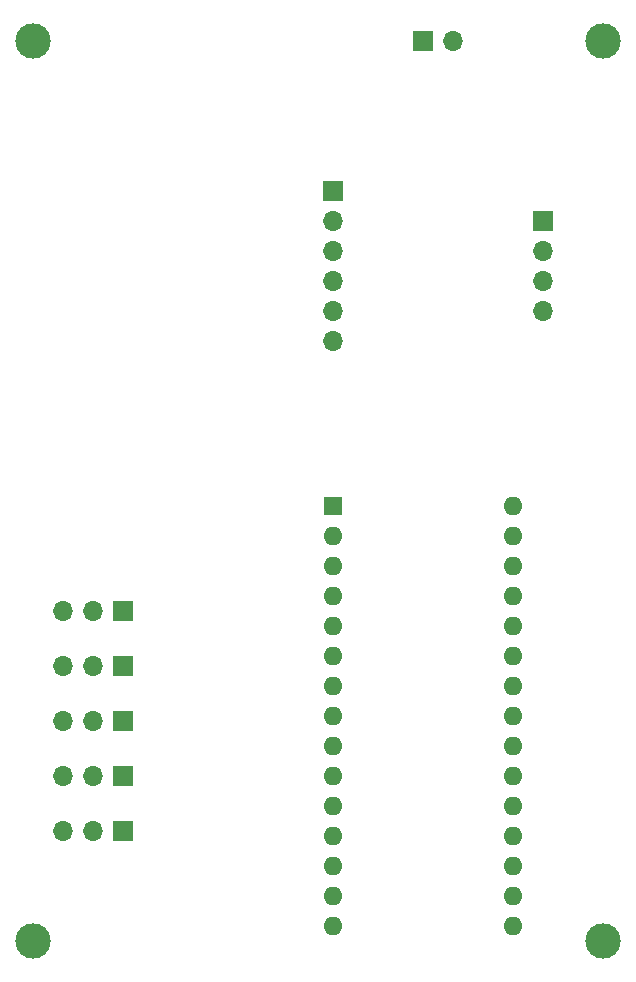
<source format=gbr>
%TF.GenerationSoftware,KiCad,Pcbnew,8.0.4-8.0.4-0~ubuntu22.04.1*%
%TF.CreationDate,2024-08-11T20:10:20+02:00*%
%TF.ProjectId,PlaneController,506c616e-6543-46f6-9e74-726f6c6c6572,rev?*%
%TF.SameCoordinates,Original*%
%TF.FileFunction,Soldermask,Top*%
%TF.FilePolarity,Negative*%
%FSLAX46Y46*%
G04 Gerber Fmt 4.6, Leading zero omitted, Abs format (unit mm)*
G04 Created by KiCad (PCBNEW 8.0.4-8.0.4-0~ubuntu22.04.1) date 2024-08-11 20:10:20*
%MOMM*%
%LPD*%
G01*
G04 APERTURE LIST*
%ADD10R,1.600000X1.600000*%
%ADD11O,1.600000X1.600000*%
%ADD12R,1.700000X1.700000*%
%ADD13O,1.700000X1.700000*%
%ADD14C,3.000000*%
G04 APERTURE END LIST*
D10*
%TO.C,A1*%
X104150000Y-72390000D03*
D11*
X104150000Y-74930000D03*
X104150000Y-77470000D03*
X104150000Y-80010000D03*
X104150000Y-82550000D03*
X104150000Y-85090000D03*
X104150000Y-87630000D03*
X104150000Y-90170000D03*
X104150000Y-92710000D03*
X104150000Y-95250000D03*
X104150000Y-97790000D03*
X104150000Y-100330000D03*
X104150000Y-102870000D03*
X104150000Y-105410000D03*
X104150000Y-107950000D03*
X119390000Y-107950000D03*
X119390000Y-105410000D03*
X119390000Y-102870000D03*
X119390000Y-100330000D03*
X119390000Y-97790000D03*
X119390000Y-95250000D03*
X119390000Y-92710000D03*
X119390000Y-90170000D03*
X119390000Y-87630000D03*
X119390000Y-85090000D03*
X119390000Y-82550000D03*
X119390000Y-80010000D03*
X119390000Y-77470000D03*
X119390000Y-74930000D03*
X119390000Y-72390000D03*
%TD*%
D12*
%TO.C,J2*%
X121920000Y-48260000D03*
D13*
X121920000Y-50800000D03*
X121920000Y-53340000D03*
X121920000Y-55880000D03*
%TD*%
D14*
%TO.C,H2*%
X78740000Y-33020000D03*
%TD*%
%TO.C,H3*%
X78740000Y-109220000D03*
%TD*%
D12*
%TO.C,M2*%
X86360000Y-85930000D03*
D13*
X83820000Y-85930000D03*
X81280000Y-85930000D03*
%TD*%
D12*
%TO.C,J3*%
X111760000Y-33020000D03*
D13*
X114300000Y-33020000D03*
%TD*%
D12*
%TO.C,M3*%
X86360000Y-90580000D03*
D13*
X83820000Y-90580000D03*
X81280000Y-90580000D03*
%TD*%
D12*
%TO.C,M5*%
X86360000Y-99880000D03*
D13*
X83820000Y-99880000D03*
X81280000Y-99880000D03*
%TD*%
D12*
%TO.C,M4*%
X86360000Y-95230000D03*
D13*
X83820000Y-95230000D03*
X81280000Y-95230000D03*
%TD*%
D14*
%TO.C,H1*%
X127000000Y-33020000D03*
%TD*%
%TO.C,H4*%
X127000000Y-109220000D03*
%TD*%
D12*
%TO.C,J1*%
X104140000Y-45720000D03*
D13*
X104140000Y-48260000D03*
X104140000Y-50800000D03*
X104140000Y-53340000D03*
X104140000Y-55880000D03*
X104140000Y-58420000D03*
%TD*%
D12*
%TO.C,M1*%
X86360000Y-81280000D03*
D13*
X83820000Y-81280000D03*
X81280000Y-81280000D03*
%TD*%
M02*

</source>
